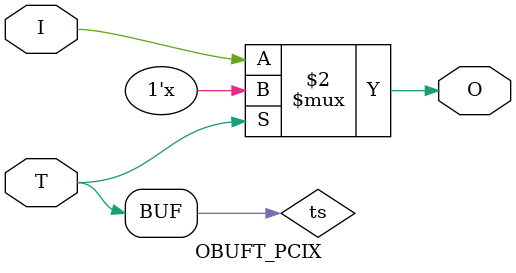
<source format=v>

/*

FUNCTION    : TRI-STATE OUTPUT BUFFER

*/

`celldefine
`timescale  100 ps / 10 ps

module OBUFT_PCIX (O, I, T);

    output O;

    input  I, T;

    or O1 (ts, 1'b0, T);
    bufif0 T1 (O, I, ts);

endmodule

</source>
